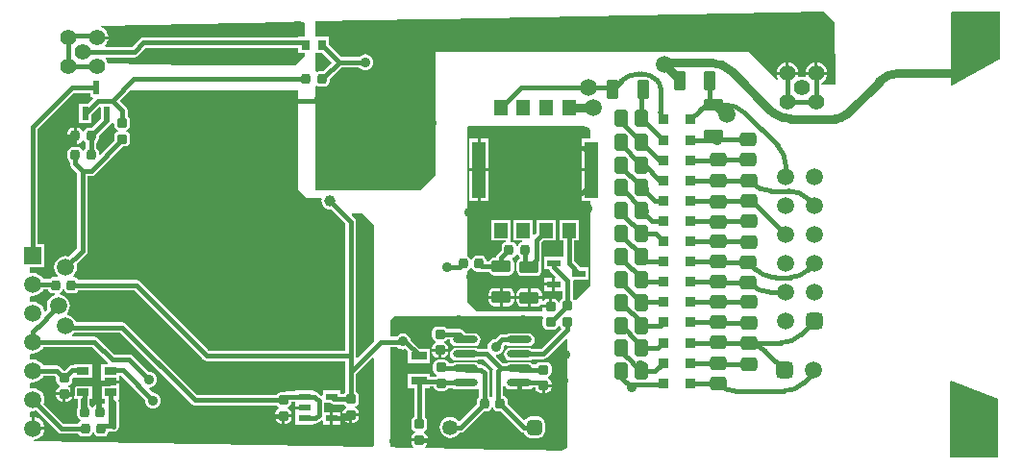
<source format=gtl>
G04 Layer_Physical_Order=1*
G04 Layer_Color=255*
%FSLAX25Y25*%
%MOIN*%
G70*
G01*
G75*
%ADD10C,0.01575*%
%ADD11C,0.03150*%
G04:AMPARAMS|DCode=12|XSize=59.06mil|YSize=47.24mil|CornerRadius=11.81mil|HoleSize=0mil|Usage=FLASHONLY|Rotation=180.000|XOffset=0mil|YOffset=0mil|HoleType=Round|Shape=RoundedRectangle|*
%AMROUNDEDRECTD12*
21,1,0.05906,0.02362,0,0,180.0*
21,1,0.03543,0.04724,0,0,180.0*
1,1,0.02362,-0.01772,0.01181*
1,1,0.02362,0.01772,0.01181*
1,1,0.02362,0.01772,-0.01181*
1,1,0.02362,-0.01772,-0.01181*
%
%ADD12ROUNDEDRECTD12*%
%ADD13R,0.03543X0.03543*%
G04:AMPARAMS|DCode=14|XSize=66.93mil|YSize=43.31mil|CornerRadius=10.83mil|HoleSize=0mil|Usage=FLASHONLY|Rotation=180.000|XOffset=0mil|YOffset=0mil|HoleType=Round|Shape=RoundedRectangle|*
%AMROUNDEDRECTD14*
21,1,0.06693,0.02165,0,0,180.0*
21,1,0.04528,0.04331,0,0,180.0*
1,1,0.02165,-0.02264,0.01083*
1,1,0.02165,0.02264,0.01083*
1,1,0.02165,0.02264,-0.01083*
1,1,0.02165,-0.02264,-0.01083*
%
%ADD14ROUNDEDRECTD14*%
G04:AMPARAMS|DCode=15|XSize=66.93mil|YSize=43.31mil|CornerRadius=10.83mil|HoleSize=0mil|Usage=FLASHONLY|Rotation=270.000|XOffset=0mil|YOffset=0mil|HoleType=Round|Shape=RoundedRectangle|*
%AMROUNDEDRECTD15*
21,1,0.06693,0.02165,0,0,270.0*
21,1,0.04528,0.04331,0,0,270.0*
1,1,0.02165,-0.01083,-0.02264*
1,1,0.02165,-0.01083,0.02264*
1,1,0.02165,0.01083,0.02264*
1,1,0.02165,0.01083,-0.02264*
%
%ADD15ROUNDEDRECTD15*%
%ADD16R,0.04724X0.19685*%
%ADD17R,0.04724X0.05315*%
G04:AMPARAMS|DCode=18|XSize=35.43mil|YSize=31.5mil|CornerRadius=7.87mil|HoleSize=0mil|Usage=FLASHONLY|Rotation=270.000|XOffset=0mil|YOffset=0mil|HoleType=Round|Shape=RoundedRectangle|*
%AMROUNDEDRECTD18*
21,1,0.03543,0.01575,0,0,270.0*
21,1,0.01969,0.03150,0,0,270.0*
1,1,0.01575,-0.00787,-0.00984*
1,1,0.01575,-0.00787,0.00984*
1,1,0.01575,0.00787,0.00984*
1,1,0.01575,0.00787,-0.00984*
%
%ADD18ROUNDEDRECTD18*%
G04:AMPARAMS|DCode=19|XSize=59.06mil|YSize=47.24mil|CornerRadius=11.81mil|HoleSize=0mil|Usage=FLASHONLY|Rotation=90.000|XOffset=0mil|YOffset=0mil|HoleType=Round|Shape=RoundedRectangle|*
%AMROUNDEDRECTD19*
21,1,0.05906,0.02362,0,0,90.0*
21,1,0.03543,0.04724,0,0,90.0*
1,1,0.02362,0.01181,0.01772*
1,1,0.02362,0.01181,-0.01772*
1,1,0.02362,-0.01181,-0.01772*
1,1,0.02362,-0.01181,0.01772*
%
%ADD19ROUNDEDRECTD19*%
G04:AMPARAMS|DCode=20|XSize=35.43mil|YSize=31.5mil|CornerRadius=7.87mil|HoleSize=0mil|Usage=FLASHONLY|Rotation=0.000|XOffset=0mil|YOffset=0mil|HoleType=Round|Shape=RoundedRectangle|*
%AMROUNDEDRECTD20*
21,1,0.03543,0.01575,0,0,0.0*
21,1,0.01969,0.03150,0,0,0.0*
1,1,0.01575,0.00984,-0.00787*
1,1,0.01575,-0.00984,-0.00787*
1,1,0.01575,-0.00984,0.00787*
1,1,0.01575,0.00984,0.00787*
%
%ADD20ROUNDEDRECTD20*%
%ADD21O,0.08661X0.02362*%
%ADD22R,0.04134X0.02362*%
%ADD23R,0.03150X0.03543*%
%ADD24R,0.05512X0.03150*%
%ADD25R,0.04331X0.02559*%
%ADD26R,0.04528X0.02362*%
%ADD27R,0.02362X0.04528*%
%ADD28C,0.05315*%
G04:AMPARAMS|DCode=29|XSize=53.15mil|YSize=53.15mil|CornerRadius=13.29mil|HoleSize=0mil|Usage=FLASHONLY|Rotation=180.000|XOffset=0mil|YOffset=0mil|HoleType=Round|Shape=RoundedRectangle|*
%AMROUNDEDRECTD29*
21,1,0.05315,0.02658,0,0,180.0*
21,1,0.02658,0.05315,0,0,180.0*
1,1,0.02658,-0.01329,0.01329*
1,1,0.02658,0.01329,0.01329*
1,1,0.02658,0.01329,-0.01329*
1,1,0.02658,-0.01329,-0.01329*
%
%ADD29ROUNDEDRECTD29*%
%ADD30C,0.05512*%
G04:AMPARAMS|DCode=31|XSize=59.06mil|YSize=59.06mil|CornerRadius=14.76mil|HoleSize=0mil|Usage=FLASHONLY|Rotation=0.000|XOffset=0mil|YOffset=0mil|HoleType=Round|Shape=RoundedRectangle|*
%AMROUNDEDRECTD31*
21,1,0.05906,0.02953,0,0,0.0*
21,1,0.02953,0.05906,0,0,0.0*
1,1,0.02953,0.01476,-0.01476*
1,1,0.02953,-0.01476,-0.01476*
1,1,0.02953,-0.01476,0.01476*
1,1,0.02953,0.01476,0.01476*
%
%ADD31ROUNDEDRECTD31*%
%ADD32C,0.05906*%
G04:AMPARAMS|DCode=33|XSize=59.06mil|YSize=59.06mil|CornerRadius=14.76mil|HoleSize=0mil|Usage=FLASHONLY|Rotation=90.000|XOffset=0mil|YOffset=0mil|HoleType=Round|Shape=RoundedRectangle|*
%AMROUNDEDRECTD33*
21,1,0.05906,0.02953,0,0,90.0*
21,1,0.02953,0.05906,0,0,90.0*
1,1,0.02953,0.01476,0.01476*
1,1,0.02953,0.01476,-0.01476*
1,1,0.02953,-0.01476,-0.01476*
1,1,0.02953,-0.01476,0.01476*
%
%ADD33ROUNDEDRECTD33*%
%ADD34R,0.05906X0.05906*%
%ADD35C,0.03543*%
%ADD36C,0.03937*%
G36*
X196752Y116535D02*
X198917Y114370D01*
Y112221D01*
X195949D01*
Y101878D01*
X199311D01*
Y100878D01*
X195949D01*
Y90535D01*
X198917D01*
Y61417D01*
X193722Y56222D01*
X193224Y56271D01*
X193207Y56297D01*
X192751Y56601D01*
Y62920D01*
X193053Y63287D01*
X198228D01*
Y67618D01*
X195370D01*
X193243Y69744D01*
Y76870D01*
X194783D01*
Y84153D01*
X188091D01*
Y76870D01*
X189631D01*
Y71750D01*
X189370Y71358D01*
X182874D01*
Y67028D01*
X184469D01*
X184845Y66465D01*
X186954Y64356D01*
X186763Y63894D01*
X186622D01*
Y61713D01*
Y59531D01*
X189139D01*
Y56601D01*
X188683Y56297D01*
X188292Y55711D01*
X188249Y55497D01*
X187740D01*
X187715Y55619D01*
X187320Y56210D01*
X186729Y56605D01*
X186031Y56744D01*
X185547D01*
Y54134D01*
X185047D01*
Y53634D01*
X182241D01*
Y53347D01*
X182357Y52764D01*
X182081Y52264D01*
X159449D01*
X156102Y55610D01*
Y66224D01*
X156203Y66245D01*
X156789Y66636D01*
X157181Y67222D01*
X157225Y67447D01*
X157735D01*
X157780Y67222D01*
X158171Y66636D01*
X158757Y66245D01*
X159449Y66107D01*
X161024D01*
X161122Y66127D01*
X161221Y66107D01*
X163785D01*
X163801Y66024D01*
X164258Y65341D01*
X164942Y64884D01*
X165748Y64723D01*
X170276D01*
X171082Y64884D01*
X171766Y65341D01*
X172223Y66024D01*
X172383Y66831D01*
Y68996D01*
X172223Y69802D01*
X171827Y70395D01*
X171903Y70762D01*
X171990Y70938D01*
X172148Y70969D01*
X172734Y71361D01*
X173126Y71947D01*
X173170Y72171D01*
X173680D01*
X173725Y71947D01*
X174117Y71361D01*
X174375Y71188D01*
Y70703D01*
X173904Y70388D01*
X173447Y69704D01*
X173286Y68898D01*
Y66732D01*
X173447Y65926D01*
X173904Y65242D01*
X174587Y64785D01*
X175394Y64625D01*
X179921D01*
X180728Y64785D01*
X181411Y65242D01*
X181868Y65926D01*
X182029Y66732D01*
Y68898D01*
X181871Y69690D01*
X182003Y70355D01*
Y76398D01*
X182476Y76870D01*
X186909D01*
Y84153D01*
X180217D01*
Y79720D01*
X179497Y79001D01*
X179035Y79192D01*
Y84153D01*
X172343D01*
Y76870D01*
X175130D01*
X175179Y76370D01*
X174703Y76275D01*
X174117Y75884D01*
X173725Y75298D01*
X173680Y75073D01*
X173170D01*
X173126Y75298D01*
X172734Y75884D01*
X172148Y76275D01*
X171457Y76413D01*
X171264D01*
X171161Y76870D01*
X171161Y76913D01*
Y84153D01*
X164469D01*
Y76870D01*
X169618D01*
X169668Y76370D01*
X169191Y76275D01*
X168605Y75884D01*
X168213Y75298D01*
X168076Y74606D01*
Y73583D01*
X166735Y72242D01*
X166343Y71656D01*
X166233Y71104D01*
X165748D01*
X164942Y70943D01*
X164258Y70486D01*
X163801Y69802D01*
X163785Y69720D01*
X162830D01*
Y69882D01*
X162692Y70573D01*
X162301Y71159D01*
X161715Y71551D01*
X161024Y71688D01*
X159449D01*
X158757Y71551D01*
X158171Y71159D01*
X157780Y70573D01*
X157735Y70348D01*
X157225D01*
X157181Y70573D01*
X156789Y71159D01*
X156203Y71551D01*
X156102Y71571D01*
Y116280D01*
X156456Y116633D01*
X196752Y116535D01*
D02*
G37*
G36*
X97539Y94784D02*
X100591Y91732D01*
X105373D01*
X105496Y91639D01*
X105763Y91255D01*
X105683Y90650D01*
X105785Y89879D01*
X106082Y89161D01*
X106555Y88544D01*
X107172Y88070D01*
X107891Y87773D01*
X108661Y87671D01*
X109036Y87721D01*
X113986Y82771D01*
Y38814D01*
X66693D01*
X42813Y62695D01*
X42227Y63086D01*
X41535Y63224D01*
X21365D01*
X21061Y63679D01*
X20475Y64070D01*
X19783Y64208D01*
X19730D01*
X19569Y64681D01*
X19737Y64810D01*
X20368Y65633D01*
X20765Y66590D01*
X20900Y67618D01*
X20765Y68646D01*
X20691Y68825D01*
X24112Y72246D01*
X24503Y72832D01*
X24641Y73524D01*
Y99375D01*
X25765D01*
X26456Y99512D01*
X27042Y99904D01*
X36723Y109585D01*
X37558D01*
X38249Y109723D01*
X38835Y110114D01*
X39227Y110700D01*
X39364Y111391D01*
Y112966D01*
X39227Y113658D01*
X38835Y114244D01*
X38249Y114635D01*
X38024Y114680D01*
Y115190D01*
X38249Y115234D01*
X38835Y115626D01*
X39227Y116212D01*
X39364Y116903D01*
Y118478D01*
X39227Y119169D01*
X38835Y119755D01*
X38380Y120060D01*
Y122088D01*
X38243Y122779D01*
X37851Y123365D01*
X35724Y125492D01*
X39152Y128920D01*
X55216Y129035D01*
X97539D01*
Y94784D01*
D02*
G37*
G36*
X33465Y117815D02*
X33783Y117447D01*
Y116903D01*
X33921Y116212D01*
X34312Y115626D01*
X34898Y115234D01*
X35123Y115190D01*
Y114680D01*
X34898Y114635D01*
X34312Y114244D01*
X33921Y113658D01*
X33783Y112966D01*
Y111754D01*
X28843Y106814D01*
X28381Y107005D01*
Y107579D01*
X28244Y108270D01*
X27852Y108856D01*
X27594Y109029D01*
Y110853D01*
X27852Y111026D01*
X28244Y111612D01*
X28381Y112303D01*
Y113327D01*
X32577Y117522D01*
X32772Y117815D01*
X33465D01*
D02*
G37*
G36*
X11028Y59742D02*
X11420Y59156D01*
X12006Y58764D01*
X12697Y58627D01*
X13246D01*
X13345Y58127D01*
X12483Y57770D01*
X11661Y57139D01*
X11029Y56316D01*
X10633Y55358D01*
X10498Y54331D01*
X10633Y53303D01*
X10707Y53124D01*
X9952Y52369D01*
X9479Y52530D01*
X9446Y52780D01*
X9049Y53737D01*
X8418Y54560D01*
X7596Y55191D01*
X6638Y55588D01*
X5610Y55723D01*
X5002Y55643D01*
X4626Y55972D01*
Y57531D01*
X5002Y57861D01*
X5610Y57781D01*
X6638Y57916D01*
X7596Y58313D01*
X8418Y58944D01*
X9049Y59767D01*
X9123Y59946D01*
X10987D01*
X11028Y59742D01*
D02*
G37*
G36*
X123721Y82382D02*
Y41925D01*
X118060Y36265D01*
X117598Y36456D01*
Y37598D01*
Y83519D01*
X117461Y84210D01*
X117069Y84796D01*
X116107Y85759D01*
X116298Y86221D01*
X119882D01*
X123721Y82382D01*
D02*
G37*
G36*
X60435Y20376D02*
X61021Y19985D01*
X61713Y19847D01*
X89987D01*
X90160Y19589D01*
X90746Y19197D01*
X90930Y19161D01*
Y18651D01*
X90740Y18613D01*
X90148Y18218D01*
X89753Y17627D01*
X89615Y16929D01*
Y16642D01*
X95228D01*
Y16929D01*
X95089Y17627D01*
X94694Y18218D01*
X94103Y18613D01*
X93912Y18651D01*
Y19161D01*
X94097Y19197D01*
X94683Y19589D01*
X95074Y20175D01*
X95212Y20866D01*
Y20930D01*
X96638D01*
Y19496D01*
X99705D01*
Y18496D01*
X96638D01*
Y16815D01*
X96653D01*
Y13091D01*
X102756D01*
Y13450D01*
X103642D01*
X104333Y13587D01*
X104919Y13979D01*
X105587Y14646D01*
X106087Y14439D01*
Y13075D01*
X108653D01*
Y15256D01*
Y17437D01*
X106531D01*
Y20571D01*
X108819D01*
X109239Y20290D01*
X109931Y20153D01*
X113358D01*
X113531Y19894D01*
X114117Y19503D01*
X114301Y19466D01*
Y18956D01*
X114111Y18918D01*
X113519Y18523D01*
X113124Y17932D01*
X112985Y17235D01*
Y16947D01*
X115792D01*
X118599D01*
Y17235D01*
X118460Y17932D01*
X118065Y18523D01*
X117474Y18918D01*
X117283Y18956D01*
Y19466D01*
X117468Y19503D01*
X118054Y19894D01*
X118445Y20481D01*
X118583Y21172D01*
Y22747D01*
X118445Y23438D01*
X118054Y24024D01*
X117598Y24328D01*
Y30694D01*
X123258Y36354D01*
X123721Y36162D01*
Y5709D01*
X123222Y5210D01*
X5908Y7300D01*
X5880Y7801D01*
X6642Y7901D01*
X7604Y8299D01*
X8429Y8933D01*
X9063Y9759D01*
X9461Y10720D01*
X9531Y11252D01*
X5610D01*
Y11752D01*
X5110D01*
Y15673D01*
X5002Y15659D01*
X4626Y15988D01*
Y17531D01*
X5002Y17861D01*
X5610Y17781D01*
X6638Y17916D01*
X6747Y17962D01*
X14274Y10435D01*
X14860Y10044D01*
X15551Y9906D01*
X21352D01*
X21656Y9451D01*
X22242Y9059D01*
X22933Y8922D01*
X24508D01*
X25199Y9059D01*
X25785Y9451D01*
X26177Y10037D01*
X26221Y10262D01*
X26731D01*
X26776Y10037D01*
X27168Y9451D01*
X27754Y9059D01*
X28445Y8922D01*
X30020D01*
X30711Y9059D01*
X31297Y9451D01*
X31688Y10037D01*
X31826Y10728D01*
Y10792D01*
X32480D01*
X32713Y10839D01*
X32872Y10733D01*
X33563Y10595D01*
X34254Y10733D01*
X34840Y11124D01*
X35232Y11710D01*
X35369Y12402D01*
Y20669D01*
X35232Y21361D01*
X35173Y21449D01*
X35440Y21949D01*
X35630D01*
Y25673D01*
X35646D01*
Y27453D01*
X32480D01*
X29315D01*
Y25673D01*
X29331D01*
Y21949D01*
X30495D01*
X30575Y21850D01*
X30674Y21356D01*
Y20640D01*
X30174Y20256D01*
X29823Y20326D01*
X29535D01*
Y17520D01*
X28535D01*
Y20326D01*
X28248D01*
X27551Y20188D01*
X26959Y19793D01*
X26564Y19201D01*
X26526Y19011D01*
X26017D01*
X25980Y19195D01*
X25588Y19781D01*
X25330Y19954D01*
Y21949D01*
X26181D01*
Y26476D01*
X19882D01*
Y21949D01*
X21046D01*
X21127Y21850D01*
Y19284D01*
X21067Y19195D01*
X20930Y18504D01*
Y16535D01*
X21067Y15844D01*
X21459Y15258D01*
X22045Y14867D01*
X22134Y14849D01*
X22200Y14550D01*
X22186Y14329D01*
X21656Y13974D01*
X21352Y13519D01*
X16299D01*
X9343Y20475D01*
X9446Y20724D01*
X9581Y21752D01*
X9446Y22780D01*
X9049Y23738D01*
X8418Y24560D01*
X7596Y25191D01*
X6638Y25588D01*
X5610Y25723D01*
X5002Y25643D01*
X4626Y25973D01*
Y27531D01*
X5002Y27861D01*
X5610Y27781D01*
X6638Y27916D01*
X7596Y28313D01*
X8418Y28944D01*
X9049Y29766D01*
X9148Y30005D01*
X13110D01*
X13646Y29469D01*
Y28445D01*
X13784Y27754D01*
X14175Y27168D01*
X14762Y26776D01*
X14946Y26739D01*
Y26230D01*
X14755Y26192D01*
X14164Y25797D01*
X13769Y25205D01*
X13630Y24508D01*
Y24221D01*
X19244D01*
Y24508D01*
X19105Y25205D01*
X18710Y25797D01*
X18119Y26192D01*
X17928Y26230D01*
Y26739D01*
X18113Y26776D01*
X18699Y27168D01*
X19090Y27754D01*
X19228Y28445D01*
Y29146D01*
X19718Y29493D01*
X19882Y29429D01*
Y29429D01*
X26181D01*
Y33957D01*
X19882D01*
Y33696D01*
X19094D01*
X18403Y33559D01*
X17817Y33167D01*
X16476Y31826D01*
X16398D01*
X15136Y33088D01*
X14550Y33480D01*
X13858Y33617D01*
X9099D01*
X9049Y33737D01*
X8418Y34560D01*
X7596Y35191D01*
X6638Y35588D01*
X5610Y35723D01*
X5002Y35643D01*
X4626Y35972D01*
Y37531D01*
X5002Y37861D01*
X5610Y37781D01*
X6638Y37916D01*
X7596Y38313D01*
X8418Y38944D01*
X9049Y39766D01*
X9148Y40005D01*
X26142D01*
X31690Y34457D01*
X31569Y34047D01*
X31503Y33957D01*
X29331D01*
Y30232D01*
X29315D01*
Y28453D01*
X32480D01*
X35646D01*
Y29883D01*
X36146Y30000D01*
X44491Y21656D01*
X44464Y21457D01*
X44559Y20737D01*
X44837Y20067D01*
X45279Y19491D01*
X45854Y19049D01*
X46525Y18772D01*
X47244Y18677D01*
X47964Y18772D01*
X48634Y19049D01*
X49210Y19491D01*
X49651Y20067D01*
X49929Y20737D01*
X50024Y21457D01*
X49929Y22176D01*
X49651Y22847D01*
X49210Y23422D01*
X48634Y23864D01*
X47964Y24142D01*
X47244Y24236D01*
X47045Y24210D01*
X45882Y25373D01*
X46062Y25901D01*
X46487Y25957D01*
X47158Y26234D01*
X47733Y26676D01*
X48175Y27252D01*
X48453Y27922D01*
X48547Y28642D01*
X48453Y29361D01*
X48175Y30032D01*
X47733Y30607D01*
X47158Y31049D01*
X46487Y31327D01*
X45768Y31421D01*
X45569Y31395D01*
X40057Y36907D01*
X39471Y37299D01*
X38780Y37436D01*
X33819D01*
X28167Y43088D01*
X27581Y43480D01*
X26890Y43617D01*
X19265D01*
X19095Y44117D01*
X19639Y44535D01*
X20030Y45044D01*
X35767D01*
X60435Y20376D01*
D02*
G37*
G36*
X340256Y22146D02*
X340354Y22047D01*
Y1931D01*
X339999Y1579D01*
X323622Y1772D01*
Y28005D01*
X324033Y28289D01*
X340256Y22146D01*
D02*
G37*
G36*
X182410Y50181D02*
X182392Y50090D01*
X182257Y49409D01*
Y47835D01*
X182394Y47143D01*
X182786Y46557D01*
X183372Y46166D01*
X184063Y46028D01*
X186031D01*
X186723Y46166D01*
X187309Y46557D01*
X187700Y47143D01*
X187751Y47398D01*
X188261D01*
X188292Y47242D01*
X188683Y46656D01*
X188719Y46293D01*
X181772Y39346D01*
X178655D01*
X178306Y39579D01*
X177461Y39747D01*
X171161D01*
X170317Y39579D01*
X169600Y39101D01*
X169122Y38384D01*
X168954Y37539D01*
X169122Y36694D01*
X169600Y35978D01*
X170317Y35500D01*
X171161Y35332D01*
X177461D01*
X178306Y35500D01*
X178655Y35733D01*
X182520D01*
X183211Y35871D01*
X183797Y36262D01*
X190454Y42919D01*
X190846Y42800D01*
X190945Y42703D01*
X190945Y41724D01*
X190945Y5315D01*
X190945D01*
X190673Y5096D01*
X190087Y4715D01*
X189468Y4393D01*
X188820Y4133D01*
X188525Y4047D01*
X185041Y4109D01*
X185029Y4111D01*
X184547Y4232D01*
X184168Y4125D01*
X183753Y4132D01*
X183658Y4228D01*
X168620Y4402D01*
X141507Y4885D01*
X141373Y5387D01*
X141840Y5700D01*
X142235Y6291D01*
X142374Y6988D01*
Y7276D01*
X136760D01*
Y6988D01*
X136899Y6291D01*
X137294Y5700D01*
X137662Y5453D01*
X137507Y4956D01*
X131667Y5060D01*
X131004Y5315D01*
X129528D01*
Y39926D01*
X131988D01*
X131991Y39921D01*
X132567Y39479D01*
X133237Y39202D01*
X133957Y39107D01*
X134676Y39202D01*
X134777Y39243D01*
X135630Y38390D01*
Y34350D01*
X143110D01*
Y39469D01*
X139661D01*
X136660Y42470D01*
X136642Y42606D01*
X136364Y43277D01*
X135922Y43852D01*
X135346Y44294D01*
X134676Y44572D01*
X133957Y44666D01*
X133237Y44572D01*
X132567Y44294D01*
X131991Y43852D01*
X131751Y43539D01*
X129528D01*
Y49114D01*
X131004Y50591D01*
X182126D01*
X182410Y50181D01*
D02*
G37*
G36*
X16540Y59742D02*
X16931Y59156D01*
X17517Y58764D01*
X18209Y58627D01*
X19783D01*
X20475Y58764D01*
X21061Y59156D01*
X21365Y59611D01*
X40787D01*
X64668Y35731D01*
X65254Y35339D01*
X65945Y35201D01*
X113986D01*
Y31442D01*
Y24328D01*
X113531Y24024D01*
X113358Y23765D01*
X112205D01*
Y24902D01*
X106102D01*
Y23242D01*
X105602Y23035D01*
X104624Y24013D01*
X104038Y24405D01*
X103347Y24543D01*
X102756D01*
Y24902D01*
X96653D01*
Y24543D01*
X93504D01*
X92813Y24405D01*
X92576Y24247D01*
X91437D01*
X90746Y24110D01*
X90160Y23718D01*
X89987Y23460D01*
X62461D01*
X37793Y48128D01*
X37207Y48519D01*
X36516Y48657D01*
X20548D01*
X20270Y49328D01*
X19639Y50150D01*
X18816Y50782D01*
X17858Y51178D01*
X17651Y51205D01*
X17441Y51737D01*
X17908Y52345D01*
X18304Y53303D01*
X18440Y54331D01*
X18304Y55358D01*
X17908Y56316D01*
X17276Y57139D01*
X16454Y57770D01*
X15496Y58166D01*
X14909Y58244D01*
X14892Y58750D01*
X14963Y58764D01*
X15549Y59156D01*
X15940Y59742D01*
X15985Y59967D01*
X16495D01*
X16540Y59742D01*
D02*
G37*
G36*
X25394Y126673D02*
X26221D01*
X26413Y126211D01*
X24512Y124311D01*
X21654D01*
Y117815D01*
X25984D01*
Y120674D01*
X28634Y123323D01*
X29134Y123116D01*
Y119188D01*
X26023Y116078D01*
X25000D01*
X24309Y115940D01*
X23723Y115549D01*
X23331Y114963D01*
X23294Y114778D01*
X22785D01*
X22747Y114969D01*
X22352Y115560D01*
X21760Y115955D01*
X21063Y116094D01*
X20776D01*
Y113287D01*
Y110481D01*
X21063D01*
X21760Y110619D01*
X22352Y111014D01*
X22747Y111606D01*
X22785Y111796D01*
X23294D01*
X23331Y111612D01*
X23723Y111026D01*
X23981Y110853D01*
Y109029D01*
X23723Y108856D01*
X23331Y108270D01*
X23286Y108045D01*
X22777D01*
X22732Y108270D01*
X22340Y108856D01*
X21754Y109248D01*
X21063Y109385D01*
X19488D01*
X18797Y109248D01*
X18211Y108856D01*
X17819Y108270D01*
X17682Y107579D01*
Y105610D01*
X17819Y104919D01*
X18211Y104333D01*
X18469Y104160D01*
Y103740D01*
X18607Y103049D01*
X18998Y102463D01*
X21028Y100433D01*
Y74272D01*
X18136Y71380D01*
X17957Y71454D01*
X16929Y71589D01*
X15901Y71454D01*
X14944Y71057D01*
X14121Y70426D01*
X13490Y69604D01*
X13093Y68646D01*
X12958Y67618D01*
X13093Y66590D01*
X13490Y65633D01*
X14121Y64810D01*
X14254Y64708D01*
X14085Y64208D01*
X12697D01*
X12006Y64070D01*
X11420Y63679D01*
X11339Y63558D01*
X9123D01*
X9049Y63737D01*
X8418Y64560D01*
X7596Y65191D01*
X6638Y65588D01*
X5610Y65723D01*
X5002Y65643D01*
X4626Y65973D01*
Y67815D01*
X9547D01*
Y75689D01*
X7318D01*
Y115590D01*
X19843Y128115D01*
X25394D01*
Y126673D01*
D02*
G37*
G36*
X99705Y152264D02*
X99819Y147898D01*
X99470Y147539D01*
X97638D01*
Y147377D01*
X43996D01*
X43305Y147240D01*
X42719Y146848D01*
X40000Y144129D01*
X30817D01*
X30656Y144603D01*
X30710Y144644D01*
X31312Y145429D01*
X31691Y146342D01*
X31754Y146823D01*
X28032D01*
Y147823D01*
X31754D01*
X31691Y148303D01*
X31312Y149217D01*
X30710Y150002D01*
X29926Y150604D01*
X29117Y150938D01*
X29212Y151441D01*
X94240Y152863D01*
X98357Y152938D01*
X99705Y152264D01*
D02*
G37*
G36*
X97638Y142028D02*
X99972D01*
X100000Y140945D01*
X96653Y137598D01*
X60728D01*
X31614Y138488D01*
X31312Y139217D01*
X30710Y140002D01*
X30656Y140043D01*
X30817Y140516D01*
X40748D01*
X41439Y140654D01*
X42025Y141045D01*
X44744Y143764D01*
X97638D01*
Y142028D01*
D02*
G37*
G36*
X109158Y138779D02*
X106167Y135789D01*
X105060D01*
X104369Y135651D01*
X104043Y135434D01*
X103543Y135701D01*
Y142028D01*
X105910D01*
X109158Y138779D01*
D02*
G37*
G36*
X340748Y139862D02*
X340650Y139764D01*
X324276Y130705D01*
X323845Y130959D01*
X323787Y156142D01*
X324141Y156496D01*
X340748Y156496D01*
Y139862D01*
D02*
G37*
G36*
X283563Y152362D02*
X283853Y131360D01*
X283502Y131004D01*
X278810D01*
X278710Y131504D01*
X279040Y131641D01*
X279824Y132243D01*
X280427Y133027D01*
X280805Y133941D01*
X280868Y134421D01*
X273423D01*
X273486Y133941D01*
X273500Y133909D01*
X273321Y133729D01*
X273100Y133568D01*
X272146Y133694D01*
X271192Y133568D01*
X270971Y133729D01*
X270792Y133909D01*
X270805Y133941D01*
X270868Y134421D01*
X263423D01*
X263487Y133941D01*
X263865Y133027D01*
X263943Y132926D01*
X263566Y132596D01*
X253937Y142224D01*
X145079D01*
Y99705D01*
X139862Y94488D01*
X103543D01*
Y130295D01*
X104043Y130563D01*
X104369Y130345D01*
X105060Y130208D01*
X106635D01*
X107326Y130345D01*
X107912Y130737D01*
X108304Y131323D01*
X108441Y132014D01*
Y132954D01*
X112461Y136973D01*
X118680D01*
X118802Y136814D01*
X119378Y136372D01*
X120048Y136095D01*
X120768Y136000D01*
X121487Y136095D01*
X122158Y136372D01*
X122733Y136814D01*
X123175Y137390D01*
X123453Y138060D01*
X123547Y138779D01*
X123453Y139499D01*
X123175Y140169D01*
X122733Y140745D01*
X122158Y141187D01*
X121487Y141464D01*
X120768Y141559D01*
X120048Y141464D01*
X119378Y141187D01*
X118802Y140745D01*
X118680Y140586D01*
X112461D01*
X108268Y144779D01*
Y147539D01*
X103543D01*
Y152953D01*
X141240Y153642D01*
X141588Y153579D01*
X141638Y153642D01*
X145079D01*
X230801Y155335D01*
X279705Y156220D01*
X283563Y152362D01*
D02*
G37*
%LPC*%
G36*
X185622Y63894D02*
X182858D01*
Y62213D01*
X185622D01*
Y63894D01*
D02*
G37*
G36*
X159835Y100878D02*
X156973D01*
Y90535D01*
X159835D01*
Y100878D01*
D02*
G37*
G36*
X170276Y60490D02*
X168512D01*
Y57784D01*
X172399D01*
Y58366D01*
X172237Y59179D01*
X171777Y59868D01*
X171088Y60328D01*
X170276Y60490D01*
D02*
G37*
G36*
X185622Y61213D02*
X182858D01*
Y59531D01*
X185622D01*
Y61213D01*
D02*
G37*
G36*
X163697Y100878D02*
X160835D01*
Y90535D01*
X163697D01*
Y100878D01*
D02*
G37*
G36*
X159835Y112221D02*
X156973D01*
Y101878D01*
X159835D01*
Y112221D01*
D02*
G37*
G36*
X163697D02*
X160835D01*
Y101878D01*
X163697D01*
Y112221D01*
D02*
G37*
G36*
X167512Y60490D02*
X165748D01*
X164935Y60328D01*
X164246Y59868D01*
X163786Y59179D01*
X163625Y58366D01*
Y57784D01*
X167512D01*
Y60490D01*
D02*
G37*
G36*
Y56783D02*
X163625D01*
Y56201D01*
X163786Y55388D01*
X164246Y54699D01*
X164935Y54239D01*
X165748Y54077D01*
X167512D01*
Y56783D01*
D02*
G37*
G36*
X172399D02*
X168512D01*
Y54077D01*
X170276D01*
X171088Y54239D01*
X171777Y54699D01*
X172237Y55388D01*
X172399Y56201D01*
Y56783D01*
D02*
G37*
G36*
X177157Y56685D02*
X173270D01*
Y56102D01*
X173432Y55290D01*
X173892Y54601D01*
X174581Y54141D01*
X175394Y53979D01*
X177157D01*
Y56685D01*
D02*
G37*
G36*
X184547Y56744D02*
X184063D01*
X183366Y56605D01*
X182774Y56210D01*
X182492Y55787D01*
X182021Y55982D01*
X182045Y56102D01*
Y56685D01*
X178157D01*
Y53979D01*
X179921D01*
X180734Y54141D01*
X181423Y54601D01*
X181771Y55121D01*
X182242Y54926D01*
X182241Y54921D01*
Y54634D01*
X184547D01*
Y56744D01*
D02*
G37*
G36*
X179921Y60391D02*
X178157D01*
Y57685D01*
X182045D01*
Y58268D01*
X181883Y59080D01*
X181423Y59769D01*
X180734Y60229D01*
X179921Y60391D01*
D02*
G37*
G36*
X177157D02*
X175394D01*
X174581Y60229D01*
X173892Y59769D01*
X173432Y59080D01*
X173270Y58268D01*
Y57685D01*
X177157D01*
Y60391D01*
D02*
G37*
G36*
X6110Y15673D02*
Y12252D01*
X9531D01*
X9461Y12784D01*
X9063Y13745D01*
X8429Y14571D01*
X7604Y15205D01*
X6642Y15603D01*
X6110Y15673D01*
D02*
G37*
G36*
X95228Y15642D02*
X92921D01*
Y13532D01*
X93405D01*
X94103Y13671D01*
X94694Y14066D01*
X95089Y14657D01*
X95228Y15354D01*
Y15642D01*
D02*
G37*
G36*
X115292Y15947D02*
X112985D01*
Y15660D01*
X113124Y14963D01*
X113519Y14371D01*
X114111Y13976D01*
X114808Y13837D01*
X115292D01*
Y15947D01*
D02*
G37*
G36*
X112221Y14756D02*
X109653D01*
Y13075D01*
X112221D01*
Y14756D01*
D02*
G37*
G36*
X91921Y15642D02*
X89615D01*
Y15354D01*
X89753Y14657D01*
X90148Y14066D01*
X90740Y13671D01*
X91437Y13532D01*
X91921D01*
Y15642D01*
D02*
G37*
G36*
X15937Y23221D02*
X13630D01*
Y22933D01*
X13769Y22236D01*
X14164Y21645D01*
X14755Y21249D01*
X15453Y21111D01*
X15937D01*
Y23221D01*
D02*
G37*
G36*
X19244D02*
X16937D01*
Y21111D01*
X17421D01*
X18119Y21249D01*
X18710Y21645D01*
X19105Y22236D01*
X19244Y22933D01*
Y23221D01*
D02*
G37*
G36*
X118599Y15947D02*
X116292D01*
Y13837D01*
X116776D01*
X117474Y13976D01*
X118065Y14371D01*
X118460Y14963D01*
X118599Y15660D01*
Y15947D01*
D02*
G37*
G36*
X112221Y17437D02*
X109653D01*
Y15756D01*
X112221D01*
Y17437D01*
D02*
G37*
G36*
X185386Y26173D02*
X183080D01*
Y24063D01*
X183564D01*
X184261Y24202D01*
X184853Y24597D01*
X185248Y25188D01*
X185386Y25886D01*
Y26173D01*
D02*
G37*
G36*
X147736Y47082D02*
X145768D01*
X145077Y46944D01*
X144491Y46553D01*
X144099Y45967D01*
X143961Y45276D01*
Y43701D01*
X144099Y43009D01*
X144491Y42423D01*
X145077Y42032D01*
X145261Y41995D01*
Y41485D01*
X145070Y41447D01*
X144479Y41052D01*
X144084Y40461D01*
X143945Y39764D01*
Y39476D01*
X149559D01*
Y39764D01*
X149420Y40461D01*
X149025Y41052D01*
X148434Y41447D01*
X148243Y41485D01*
Y41995D01*
X148428Y42032D01*
X149014Y42423D01*
X149186Y42682D01*
X149939D01*
X150056Y42539D01*
X150224Y41695D01*
X150703Y40978D01*
X151419Y40500D01*
X152264Y40332D01*
X158563D01*
X159408Y40500D01*
X160124Y40978D01*
X160603Y41695D01*
X160771Y42539D01*
X160603Y43384D01*
X160124Y44100D01*
X159408Y44579D01*
X158563Y44747D01*
X155760D01*
X154742Y45766D01*
X154156Y46157D01*
X153465Y46295D01*
X149186D01*
X149014Y46553D01*
X148428Y46944D01*
X147736Y47082D01*
D02*
G37*
G36*
X146252Y38476D02*
X143945D01*
Y38189D01*
X144084Y37492D01*
X144479Y36900D01*
X145070Y36505D01*
X145768Y36367D01*
X146252D01*
Y38476D01*
D02*
G37*
G36*
X149559D02*
X147252D01*
Y36367D01*
X147736D01*
X148434Y36505D01*
X149025Y36900D01*
X149420Y37492D01*
X149559Y38189D01*
Y38476D01*
D02*
G37*
G36*
X177461Y44747D02*
X171161D01*
X170317Y44579D01*
X169967Y44346D01*
X168327D01*
X167636Y44208D01*
X167050Y43817D01*
X165963Y42730D01*
X165324Y42646D01*
X164654Y42368D01*
X164078Y41926D01*
X163636Y41350D01*
X163358Y40680D01*
X163264Y39961D01*
X163291Y39753D01*
X162842Y39333D01*
X162776Y39346D01*
X159757D01*
X159408Y39579D01*
X158563Y39747D01*
X152264D01*
X151419Y39579D01*
X150703Y39101D01*
X150224Y38384D01*
X150056Y37539D01*
X150224Y36694D01*
X150703Y35978D01*
X151419Y35500D01*
X152264Y35332D01*
X158563D01*
X159408Y35500D01*
X159757Y35733D01*
X162027D01*
X165287Y32473D01*
X165162Y32286D01*
X165024Y31594D01*
Y22559D01*
X164928Y22481D01*
X164258Y22584D01*
X164171Y22713D01*
X163913Y22886D01*
Y31004D01*
X163775Y31695D01*
X163384Y32281D01*
X162203Y33462D01*
X161617Y33854D01*
X160925Y33991D01*
X160197D01*
X160124Y34100D01*
X159408Y34579D01*
X158563Y34747D01*
X152264D01*
X151419Y34579D01*
X151070Y34346D01*
X149819D01*
X149798Y34451D01*
X149406Y35037D01*
X148820Y35429D01*
X148129Y35566D01*
X146160D01*
X145469Y35429D01*
X144883Y35037D01*
X144492Y34451D01*
X144354Y33760D01*
Y32185D01*
X144492Y31494D01*
X144883Y30908D01*
X145352Y30594D01*
X145442Y30170D01*
X145431Y30014D01*
X145237Y29858D01*
X143110D01*
Y30807D01*
X135630D01*
Y25689D01*
X137761D01*
Y15656D01*
X137305Y15352D01*
X136914Y14766D01*
X136776Y14075D01*
Y12500D01*
X136914Y11809D01*
X137305Y11223D01*
X137891Y10831D01*
X138076Y10794D01*
Y10285D01*
X137885Y10247D01*
X137294Y9852D01*
X136899Y9260D01*
X136760Y8563D01*
Y8276D01*
X142374D01*
Y8563D01*
X142235Y9260D01*
X141840Y9852D01*
X141249Y10247D01*
X141058Y10285D01*
Y10794D01*
X141243Y10831D01*
X141829Y11223D01*
X142220Y11809D01*
X142358Y12500D01*
Y14075D01*
X142220Y14766D01*
X141829Y15352D01*
X141373Y15656D01*
Y25689D01*
X143110D01*
Y26245D01*
X144439D01*
X144492Y25982D01*
X144883Y25396D01*
X145469Y25004D01*
X146160Y24867D01*
X148129D01*
X148820Y25004D01*
X149406Y25396D01*
X149632Y25733D01*
X151070D01*
X151419Y25500D01*
X152264Y25332D01*
X158563D01*
X159408Y25500D01*
X159800Y25762D01*
X160300Y25495D01*
Y22886D01*
X160042Y22713D01*
X159650Y22127D01*
X159513Y21436D01*
Y20413D01*
X153567Y14467D01*
X153068Y14500D01*
X152853Y14781D01*
X152093Y15364D01*
X151207Y15731D01*
X150256Y15856D01*
X149305Y15731D01*
X148419Y15364D01*
X147659Y14781D01*
X147075Y14020D01*
X146708Y13134D01*
X146583Y12183D01*
X146708Y11232D01*
X147075Y10347D01*
X147659Y9586D01*
X148419Y9002D01*
X149305Y8635D01*
X150256Y8510D01*
X151207Y8635D01*
X152093Y9002D01*
X152853Y9586D01*
X153437Y10347D01*
X153449Y10377D01*
X153838D01*
X154529Y10514D01*
X155115Y10906D01*
X161871Y17661D01*
X162894D01*
X163585Y17799D01*
X164171Y18190D01*
X164563Y18776D01*
X164608Y19001D01*
X165117D01*
X165162Y18776D01*
X165554Y18190D01*
X166140Y17799D01*
X166831Y17661D01*
X167854D01*
X174610Y10906D01*
X175196Y10514D01*
X175876Y10379D01*
X175961Y9952D01*
X176472Y9187D01*
X177237Y8676D01*
X178140Y8496D01*
X180797D01*
X181700Y8676D01*
X182465Y9187D01*
X182976Y9952D01*
X183156Y10854D01*
Y13512D01*
X182976Y14414D01*
X182465Y15179D01*
X181700Y15691D01*
X180797Y15870D01*
X178140D01*
X177237Y15691D01*
X176472Y15179D01*
X176280Y14891D01*
X175782Y14842D01*
X170212Y20413D01*
Y21436D01*
X170075Y22127D01*
X169683Y22713D01*
X169097Y23105D01*
X168637Y23196D01*
Y26315D01*
X168720Y26374D01*
X169399Y26251D01*
X169589Y25967D01*
X170310Y25485D01*
X171161Y25316D01*
X173811D01*
Y27539D01*
X174811D01*
Y25316D01*
X177461D01*
X178312Y25485D01*
X179033Y25967D01*
X179273Y26326D01*
X179773Y26174D01*
Y25886D01*
X179912Y25188D01*
X180307Y24597D01*
X180898Y24202D01*
X181596Y24063D01*
X182080D01*
Y26673D01*
X182580D01*
Y27173D01*
X185386D01*
Y27461D01*
X185248Y28158D01*
X184853Y28749D01*
X184261Y29144D01*
X184071Y29182D01*
Y29692D01*
X184255Y29729D01*
X184841Y30120D01*
X185233Y30706D01*
X185370Y31398D01*
Y32972D01*
X185233Y33664D01*
X184841Y34250D01*
X184255Y34641D01*
X183564Y34779D01*
X181596D01*
X180904Y34641D01*
X180318Y34250D01*
X180146Y33991D01*
X179095D01*
X179022Y34100D01*
X178306Y34579D01*
X177461Y34747D01*
X171161D01*
X170317Y34579D01*
X169967Y34346D01*
X168524D01*
X166176Y36694D01*
X166355Y37222D01*
X166763Y37276D01*
X167433Y37553D01*
X168009Y37995D01*
X168451Y38571D01*
X168728Y39241D01*
X168823Y39961D01*
X168771Y40359D01*
X169115Y40733D01*
X169967D01*
X170317Y40500D01*
X171161Y40332D01*
X177461D01*
X178306Y40500D01*
X179022Y40978D01*
X179500Y41695D01*
X179668Y42539D01*
X179500Y43384D01*
X179022Y44100D01*
X178306Y44579D01*
X177461Y44747D01*
D02*
G37*
G36*
X19776Y112787D02*
X17666D01*
Y112303D01*
X17805Y111606D01*
X18200Y111014D01*
X18791Y110619D01*
X19488Y110481D01*
X19776D01*
Y112787D01*
D02*
G37*
G36*
Y116094D02*
X19488D01*
X18791Y115955D01*
X18200Y115560D01*
X17805Y114969D01*
X17666Y114272D01*
Y113787D01*
X19776D01*
Y116094D01*
D02*
G37*
G36*
X277646Y138644D02*
Y135421D01*
X280868D01*
X280805Y135902D01*
X280427Y136815D01*
X279824Y137600D01*
X279040Y138202D01*
X278126Y138581D01*
X277646Y138644D01*
D02*
G37*
G36*
X276646D02*
X276165Y138581D01*
X275252Y138202D01*
X274467Y137600D01*
X273865Y136815D01*
X273486Y135902D01*
X273423Y135421D01*
X276646D01*
Y138644D01*
D02*
G37*
G36*
X266646D02*
X266165Y138581D01*
X265251Y138202D01*
X264467Y137600D01*
X263865Y136815D01*
X263487Y135902D01*
X263423Y135421D01*
X266646D01*
Y138644D01*
D02*
G37*
G36*
X267646D02*
Y135421D01*
X270868D01*
X270805Y135902D01*
X270427Y136815D01*
X269824Y137600D01*
X269040Y138202D01*
X268126Y138581D01*
X267646Y138644D01*
D02*
G37*
%LPD*%
D10*
X217126Y129232D02*
G03*
X216634Y128044I1188J-1188D01*
G01*
X223141Y121485D02*
G03*
X224213Y118898I3659J0D01*
G01*
X223141Y129840D02*
G03*
X222047Y132480I-3734J0D01*
G01*
D02*
G03*
X216582Y134744I-5465J-5465D01*
G01*
X212312Y134086D02*
G03*
X209433Y132169I3337J-8133D01*
G01*
X215650Y134744D02*
G03*
X212312Y134086I0J-8792D01*
G01*
X252535Y121087D02*
G03*
X245464Y124016I-7071J-7071D01*
G01*
X244094Y120768D02*
G03*
X243677Y121776I-1426J0D01*
G01*
X241437Y124016D02*
G03*
X236900Y122137I0J-6417D01*
G01*
X241831Y83729D02*
G03*
X242232Y83563I401J401D01*
G01*
X253740Y76476D02*
G03*
X253265Y76673I-475J-475D01*
G01*
X242957Y34493D02*
G03*
X243776Y34154I819J819D01*
G01*
X268209Y64173D02*
G03*
X274224Y66665I0J8507D01*
G01*
X261715Y64270D02*
G03*
X263099Y64173I1384J9904D01*
G01*
X256028Y67102D02*
G03*
X261715Y64270I7071J7071D01*
G01*
X254457Y61614D02*
G03*
X261071Y59114I6614J7500D01*
G01*
X254000Y62043D02*
G03*
X254457Y61614I7071J7071D01*
G01*
X255956Y89831D02*
G03*
X253740Y90748I-2216J-2220D01*
G01*
X255958Y89829D02*
G03*
X255956Y89831I-2218J-2218D01*
G01*
X274523Y91264D02*
G03*
X267452Y94193I-7071J-7071D01*
G01*
X254453Y97122D02*
G03*
X261524Y94193I7071J7071D01*
G01*
X266673Y102807D02*
G03*
X263744Y109878I-10000J0D01*
G01*
X264854Y41437D02*
G03*
X271925Y44366I0J10000D01*
G01*
X243209Y27165D02*
G03*
X249126Y24714I5918J5918D01*
G01*
X265907D02*
G03*
X272978Y27643I0J10000D01*
G01*
X259622Y38508D02*
G03*
X252551Y41437I-7071J-7071D01*
G01*
X209547Y86516D02*
X216732Y79331D01*
X209547Y55414D02*
X216732Y48228D01*
Y47504D02*
X223156D01*
X216732D02*
Y48228D01*
X199311Y96752D02*
Y101378D01*
X195965Y93405D02*
X199311Y96752D01*
X194390Y93405D02*
X195965D01*
X199311Y101378D02*
Y106398D01*
X196555Y109153D02*
X199311Y106398D01*
X192913Y109153D02*
X196555D01*
X216781Y119144D02*
X224061Y111864D01*
X216634Y119291D02*
Y128044D01*
X207382Y130118D02*
X209433Y132169D01*
X198228Y130118D02*
X207382D01*
X174901D02*
X198228D01*
Y129921D02*
Y130118D01*
X213681Y34252D02*
X215305Y32628D01*
X216634Y39549D02*
X222235D01*
X214272Y42779D02*
X216272Y40779D01*
X209646Y63413D02*
Y63780D01*
X216831Y55594D02*
X224213D01*
X209646Y70866D02*
Y71653D01*
X216831Y63216D02*
X217419Y62628D01*
X209646Y78740D02*
Y79331D01*
X209744Y87697D02*
X209856Y87585D01*
X217162Y86748D02*
X220181Y83729D01*
X209744Y95231D02*
Y95571D01*
X208957Y103185D02*
X216043Y96099D01*
X217251Y94613D02*
X221102Y90763D01*
X213681Y106102D02*
X216929Y102854D01*
X208858Y110925D02*
X211874Y107910D01*
X217381Y103306D02*
X222890Y97797D01*
X216634Y111140D02*
X222943Y104831D01*
X213090Y25972D02*
X213177D01*
X223141Y121485D02*
Y129840D01*
X215650Y134744D02*
X216582D01*
X206496Y129232D02*
X207382Y130118D01*
X240354Y125098D02*
X241437Y124016D01*
X238779D02*
X241437D01*
X244094Y120768D02*
X246161D01*
X241437Y124016D02*
X243677Y121776D01*
X236900Y122137D02*
X238779Y124016D01*
X233661Y118898D02*
X236900Y122137D01*
X233661Y83729D02*
X241831D01*
X242232Y83563D02*
X253740D01*
X243209Y76673D02*
X253265D01*
X233661Y34493D02*
X242957D01*
X243776Y34154D02*
X253740D01*
X242930Y55594D02*
X243209Y55315D01*
X243110Y55610D02*
X253839D01*
X242717Y48524D02*
X253839D01*
X242717Y48524D02*
X242717Y48524D01*
X242680Y48560D02*
X242717Y48524D01*
X263099Y64173D02*
X268209D01*
X243307Y69488D02*
X253642D01*
X256028Y67102D01*
X261071Y59114D02*
X266673D01*
X253642Y62402D02*
X254000Y62043D01*
X243110Y90748D02*
X253740D01*
X255958Y89829D02*
X266673Y79114D01*
X261524Y94193D02*
X267452D01*
X243110Y97835D02*
X253740D01*
X254453Y97122D01*
X266673Y99114D02*
Y102807D01*
X252535Y121087D02*
X263744Y109878D01*
X243406Y62402D02*
X244193Y61614D01*
X243110Y62697D02*
X243406Y62402D01*
X253150D01*
X233661Y69662D02*
X243035D01*
X243209Y69587D02*
X243307Y69488D01*
X243095Y90763D02*
X243110Y90748D01*
X265374Y79114D02*
X266673D01*
X233661Y97797D02*
X243110D01*
X242512Y104831D02*
X242701Y105020D01*
X253543D01*
X233661Y111864D02*
X242762D01*
X243004Y112106D01*
X253543D01*
X240354Y125098D02*
Y132480D01*
X209646Y70866D02*
X216732Y63780D01*
X209646Y78740D02*
X216732Y71653D01*
X216634Y31595D02*
X221315D01*
X224213Y34493D01*
X222235Y39549D02*
X224213Y41526D01*
X223156Y47504D02*
X224213Y48560D01*
X217419Y62628D02*
X224213D01*
X218340Y69662D02*
X224213D01*
X221586Y79322D02*
X224213Y76695D01*
X216634Y79322D02*
X221586D01*
X220181Y83729D02*
X224213D01*
X221102Y90763D02*
X224213D01*
X222890Y97797D02*
X224213D01*
X222943Y104831D02*
X224213D01*
X224061Y111864D02*
X224213D01*
X216732Y48228D02*
X216777Y48273D01*
X216679Y55413D02*
X216831D01*
Y62402D02*
Y63216D01*
X217126Y70866D02*
Y70875D01*
X216240Y79035D02*
X216437D01*
X217153Y87276D02*
X217421Y87008D01*
X216634Y87276D02*
X216893Y87017D01*
X216339Y110630D02*
X216634Y110925D01*
X216634Y119291D02*
X216929D01*
X233661Y27459D02*
X242915D01*
X243209Y27165D01*
X233661Y41526D02*
X242332D01*
X233661Y48560D02*
X242680D01*
X233661Y55594D02*
X242930D01*
X233661Y62628D02*
X243041D01*
X233661Y76695D02*
X243088D01*
X233661Y90763D02*
X243095D01*
X233661Y104831D02*
X242512D01*
X271925Y44366D02*
X276673Y49114D01*
X274224Y66665D02*
X276673Y69114D01*
X276673D01*
X274523Y91264D02*
X276673Y89114D01*
X249126Y24714D02*
X265907D01*
X272978Y27643D02*
X276240Y30906D01*
X259622Y38508D02*
X266240Y31890D01*
X242421Y41437D02*
X252551D01*
X264854D01*
X150256Y12183D02*
X153838D01*
X162107Y20452D01*
Y31004D01*
X160925Y32185D02*
X162107Y31004D01*
X155768Y32185D02*
X160925D01*
X155413Y32539D02*
X155768Y32185D01*
X147578Y32539D02*
X155413D01*
X147145Y32972D02*
X147578Y32539D01*
X147145Y27461D02*
X147223Y27539D01*
X155413D01*
X174665Y32185D02*
X182580D01*
X174311Y32539D02*
X174665Y32185D01*
X167618Y20452D02*
X175887Y12183D01*
X179469D01*
X167776Y32539D02*
X174311D01*
X166831Y31594D02*
X167776Y32539D01*
X166831Y21239D02*
Y31594D01*
X162776Y37539D02*
X167776Y32539D01*
X155413Y37539D02*
X162776D01*
X174311D02*
X182520D01*
X174311Y27539D02*
X181713D01*
X182580Y26673D01*
X166043Y39961D02*
Y40256D01*
X168327Y42539D02*
X174311D01*
X166043Y40256D02*
X168327Y42539D01*
X139567Y13287D02*
Y28051D01*
X146554D01*
X147145Y27461D01*
X174311Y25394D02*
Y27539D01*
X139370Y36909D02*
Y37205D01*
X167815Y123031D02*
X174901Y130118D01*
X277146Y124921D02*
Y134921D01*
X267146Y124921D02*
X277146D01*
X267146D02*
Y134921D01*
X111713Y138779D02*
X120768D01*
X105709Y144783D02*
X111713Y138779D01*
X99410Y145571D02*
X100197Y144783D01*
X106496Y133563D02*
X111713Y138779D01*
X106496Y132973D02*
Y133563D01*
X33563Y12402D02*
Y20669D01*
X83169Y13681D02*
X85630Y16142D01*
X92421D01*
X109153Y15256D02*
X114601D01*
X115792Y16447D01*
X109931Y21959D02*
X115792D01*
X109153Y22736D02*
X109931Y21959D01*
X115792D02*
Y31442D01*
X126083Y41732D01*
X134843D02*
X139370Y37205D01*
X126083Y41732D02*
X134843D01*
X108661Y90650D02*
X115792Y83519D01*
X146752Y44488D02*
X153465D01*
X155413Y42539D01*
X209547Y29515D02*
Y31595D01*
Y29515D02*
X213090Y25972D01*
X149213Y67815D02*
X153642D01*
X154724Y68898D01*
X160236D02*
X161221Y67913D01*
X168012D01*
Y70964D01*
X170669Y73622D01*
X176181Y69291D02*
Y73622D01*
Y69291D02*
X177657Y67815D01*
X185047Y48622D02*
X185335D01*
X190945Y54232D01*
Y45965D02*
Y48720D01*
X182520Y37539D02*
X190945Y45965D01*
X177657Y67815D02*
X180197Y70355D01*
Y77146D01*
X183563Y80512D01*
X190945Y54232D02*
Y62920D01*
X186122Y67743D02*
X190945Y62920D01*
X186122Y67743D02*
Y69193D01*
X191437Y68996D02*
X194980Y65453D01*
X191437Y68996D02*
Y80512D01*
X25787Y106595D02*
Y113287D01*
X20276Y103740D02*
X22835Y101181D01*
X20276Y103740D02*
Y106595D01*
X23819Y121063D02*
X28248Y125492D01*
X25787Y113287D02*
X31299Y118799D01*
Y121063D01*
X184547Y9154D02*
Y15157D01*
X174311Y25394D02*
X184547Y15157D01*
X183169Y7776D02*
X184547Y9154D01*
X176834Y7776D02*
X176856Y7754D01*
X182081D01*
X182103Y7776D01*
X183169D01*
X139567D02*
X148400D01*
X148421Y7754D01*
X152091D01*
X152112Y7776D01*
X176834D01*
X209547Y118227D02*
Y119291D01*
Y118227D02*
X211910Y115864D01*
X211951D01*
X213681Y114135D01*
Y114093D02*
Y114135D01*
Y114093D02*
X216634Y111140D01*
X208858Y110925D02*
Y110943D01*
X211874Y107910D02*
X211951D01*
X213681Y106180D01*
Y106102D02*
Y106180D01*
X216634Y87276D02*
Y88144D01*
X209547Y95231D02*
X212500Y92278D01*
Y92236D02*
Y92278D01*
Y92236D02*
X214230Y90506D01*
X214272D01*
X216634Y88144D01*
X209547Y86516D02*
Y87276D01*
Y62545D02*
Y63413D01*
Y62545D02*
X211910Y60183D01*
X211951D01*
X213681Y58453D01*
Y58411D02*
Y58453D01*
Y58411D02*
X216634Y55458D01*
X209547Y55414D02*
Y55458D01*
Y47504D02*
X212500Y44551D01*
Y44509D02*
Y44551D01*
Y44509D02*
X214230Y42779D01*
X214272D01*
X209547Y38386D02*
Y39549D01*
Y38386D02*
X211614Y36319D01*
X211951D01*
X213681Y34589D01*
Y34252D02*
Y34589D01*
X223624Y26870D02*
X224213Y27459D01*
X213177Y25972D02*
X214075Y26870D01*
X223624D01*
X18032Y147323D02*
Y148130D01*
X28032D01*
X18032Y137323D02*
Y147323D01*
Y137323D02*
X28032D01*
X23031Y142323D02*
X40748D01*
X43996Y145571D01*
X99410D01*
X19094Y31890D02*
X22638D01*
X32087D02*
X36811D01*
X47244Y21457D01*
X33071Y35630D02*
X38780D01*
X45768Y28642D01*
X16437Y23721D02*
X19094D01*
Y26226D01*
X20132Y27264D01*
X32480Y24213D02*
X32480Y24213D01*
X30118Y12599D02*
X32480D01*
X29232Y11713D02*
X30118Y12599D01*
X32382Y21850D02*
X32480Y21752D01*
X33563Y20669D01*
X32480Y12599D02*
Y21752D01*
Y24213D01*
X23524Y17520D02*
Y23720D01*
X23031Y24213D02*
X23524Y23720D01*
X22933Y16634D02*
Y21850D01*
X28543Y18012D02*
X29035Y17520D01*
X28543Y18012D02*
Y27264D01*
X31791D01*
X32480Y27953D01*
X20132Y27264D02*
X28543D01*
X28051Y17028D02*
Y24705D01*
X99705Y15256D02*
X103642D01*
X104724Y16339D01*
Y21358D01*
X99705Y22736D02*
X103347D01*
X104724Y21358D01*
X36574Y111990D02*
Y112179D01*
X25765Y101181D02*
X36574Y111990D01*
Y117691D02*
Y122088D01*
X33169Y125492D02*
X36574Y122088D01*
X28248Y125492D02*
X33169D01*
X40675Y132998D02*
X100336D01*
X33169Y125492D02*
X40675Y132998D01*
X22835Y101181D02*
X25765D01*
X16437Y29232D02*
X19094Y31890D01*
X5413Y31811D02*
X13858D01*
X16437Y29232D01*
X15354Y46850D02*
X36516D01*
X61713Y21654D02*
X92421D01*
X93504Y22736D01*
X99705D01*
X36516Y46850D02*
X61713Y21654D01*
X26890Y41811D02*
X33071Y35630D01*
X5669Y41811D02*
X26890D01*
X45866Y149705D02*
X46063Y149902D01*
X103839Y126476D02*
X105020Y125295D01*
X82382D02*
X105020D01*
X81201Y126476D02*
X82382Y125295D01*
X15551Y11713D02*
X23720D01*
X5610Y21654D02*
X15551Y11713D01*
X5610Y21654D02*
Y21752D01*
Y61752D02*
X13346D01*
X13681Y61417D01*
X19193D02*
X41535D01*
X65945Y37008D01*
X115202D01*
X115792Y37598D01*
Y31442D02*
Y37598D01*
Y83519D01*
X19094Y129921D02*
X27559D01*
X5512Y116339D02*
X19094Y129921D01*
X5512Y71850D02*
Y116339D01*
Y71850D02*
X5610Y71752D01*
Y41752D02*
X5669Y41811D01*
X22835Y73524D02*
Y101181D01*
X16929Y67618D02*
X22835Y73524D01*
X10335Y50197D02*
X14469Y54331D01*
X10335Y49795D02*
Y50197D01*
X7567Y47028D02*
X10335Y49795D01*
X7165Y47028D02*
X7567D01*
X5610Y45472D02*
X7165Y47028D01*
X5610Y41752D02*
Y45472D01*
D11*
X229724Y132480D02*
G03*
X229446Y133152I-950J0D01*
G01*
X247712Y135654D02*
G03*
X240641Y138583I-7071J-7071D01*
G01*
X262970Y120742D02*
G03*
X268315Y119193I5346J8451D01*
G01*
X261244Y122122D02*
G03*
X262970Y120742I7071J7071D01*
G01*
X283895Y119193D02*
G03*
X287697Y120768I0J5377D01*
G01*
X306111Y135039D02*
G03*
X299040Y132110I0J-10000D01*
G01*
X224016Y138583D02*
X240641D01*
X224566Y138033D02*
X229446Y133152D01*
X224016Y138583D02*
X224566Y138033D01*
X247712Y135654D02*
X261244Y122122D01*
X268315Y119193D02*
X283895D01*
X287697Y120768D02*
X299040Y132110D01*
X306111Y135039D02*
X325787D01*
X191437Y123031D02*
X199705D01*
X14173Y107185D02*
X20276Y113287D01*
X10335Y107185D02*
X14173D01*
D12*
X253740Y41240D02*
D03*
Y34154D02*
D03*
X243209Y34449D02*
D03*
Y27362D02*
D03*
X253543Y112106D02*
D03*
Y105020D02*
D03*
X243110Y104921D02*
D03*
Y97835D02*
D03*
X253740D02*
D03*
Y90748D02*
D03*
X243110Y90453D02*
D03*
Y83366D02*
D03*
X253740Y83563D02*
D03*
Y76476D02*
D03*
X243209Y76673D02*
D03*
Y69587D02*
D03*
X253642Y69488D02*
D03*
Y62402D02*
D03*
X243110Y62697D02*
D03*
Y55610D02*
D03*
X253839D02*
D03*
Y48524D02*
D03*
X243110Y48720D02*
D03*
Y41634D02*
D03*
D13*
X224213Y118898D02*
D03*
X233661D02*
D03*
X224213Y111864D02*
D03*
X233661D02*
D03*
X224213Y104831D02*
D03*
X233661D02*
D03*
X224213Y97797D02*
D03*
X233661D02*
D03*
X224213Y90763D02*
D03*
X233661D02*
D03*
X224213Y83729D02*
D03*
X233661D02*
D03*
X224213Y76695D02*
D03*
X233661D02*
D03*
X224213Y69662D02*
D03*
X233661D02*
D03*
X224213Y62628D02*
D03*
X233661D02*
D03*
X224213Y55594D02*
D03*
X233661D02*
D03*
X224213Y48560D02*
D03*
X233661D02*
D03*
X224213Y27459D02*
D03*
X233661D02*
D03*
X224213Y41526D02*
D03*
X233661D02*
D03*
X224213Y34493D02*
D03*
X233661D02*
D03*
D14*
X241437Y124016D02*
D03*
Y113386D02*
D03*
X177657Y57185D02*
D03*
Y67815D02*
D03*
X168012Y67913D02*
D03*
Y57284D02*
D03*
D15*
X229724Y132480D02*
D03*
X240354D02*
D03*
X206496Y129232D02*
D03*
X217126D02*
D03*
D16*
X160335Y101378D02*
D03*
X199311D02*
D03*
D17*
X167815Y80512D02*
D03*
X175689D02*
D03*
X183563D02*
D03*
X191437D02*
D03*
Y123031D02*
D03*
X183563D02*
D03*
X175689D02*
D03*
X167815D02*
D03*
D18*
X167618Y20452D02*
D03*
X162107D02*
D03*
X176181Y73622D02*
D03*
X170669D02*
D03*
X154724Y68898D02*
D03*
X160236D02*
D03*
X20276Y106595D02*
D03*
X25787D02*
D03*
X23720Y11713D02*
D03*
X29232D02*
D03*
X29035Y17520D02*
D03*
X23524D02*
D03*
X25787Y113287D02*
D03*
X20276D02*
D03*
X105847Y132998D02*
D03*
X100336D02*
D03*
X13484Y61417D02*
D03*
X18996D02*
D03*
D19*
X209547Y31595D02*
D03*
X216634D02*
D03*
Y119291D02*
D03*
X209547D02*
D03*
Y111140D02*
D03*
X216634D02*
D03*
Y103185D02*
D03*
X209547D02*
D03*
Y95231D02*
D03*
X216634D02*
D03*
Y87276D02*
D03*
X209547D02*
D03*
Y79322D02*
D03*
X216634D02*
D03*
Y71367D02*
D03*
X209547D02*
D03*
Y63413D02*
D03*
X216634D02*
D03*
Y55458D02*
D03*
X209547D02*
D03*
Y47504D02*
D03*
X216634D02*
D03*
Y39549D02*
D03*
X209547D02*
D03*
D20*
X146752Y38976D02*
D03*
Y44488D02*
D03*
X182580Y32185D02*
D03*
Y26673D02*
D03*
X190945Y54232D02*
D03*
Y48720D02*
D03*
X147145Y32972D02*
D03*
Y27461D02*
D03*
X185047Y48622D02*
D03*
Y54134D02*
D03*
X139567Y13287D02*
D03*
Y7776D02*
D03*
X92421Y21654D02*
D03*
Y16142D02*
D03*
X115792Y16447D02*
D03*
Y21959D02*
D03*
X36574Y117691D02*
D03*
Y112179D02*
D03*
X16437Y29232D02*
D03*
Y23721D02*
D03*
D21*
X155413Y42539D02*
D03*
Y37539D02*
D03*
Y32539D02*
D03*
Y27539D02*
D03*
X174311Y42539D02*
D03*
Y37539D02*
D03*
Y32539D02*
D03*
Y27539D02*
D03*
D22*
X109153Y22736D02*
D03*
Y15256D02*
D03*
X99705D02*
D03*
Y18996D02*
D03*
Y22736D02*
D03*
D23*
X100197Y144783D02*
D03*
X105709D02*
D03*
D24*
X139370Y36909D02*
D03*
Y28248D02*
D03*
D25*
X23031Y24213D02*
D03*
Y31693D02*
D03*
X32480D02*
D03*
Y27953D02*
D03*
Y24213D02*
D03*
D26*
X194980Y65453D02*
D03*
X186122Y61713D02*
D03*
Y69193D02*
D03*
D27*
X23819Y121063D02*
D03*
X31299D02*
D03*
X27559Y129921D02*
D03*
D28*
X150256Y12183D02*
D03*
D29*
X179469D02*
D03*
D30*
X23031Y142323D02*
D03*
X28032Y147323D02*
D03*
X18032D02*
D03*
Y137323D02*
D03*
X28032D02*
D03*
X272146Y129921D02*
D03*
X277146Y124921D02*
D03*
Y134921D02*
D03*
X267146D02*
D03*
Y124921D02*
D03*
D31*
X266240Y31890D02*
D03*
D32*
X276240D02*
D03*
X266673Y99114D02*
D03*
X276673D02*
D03*
X266673Y89114D02*
D03*
X276673D02*
D03*
X266673Y79114D02*
D03*
X276673D02*
D03*
X266673Y69114D02*
D03*
X276673D02*
D03*
X266673Y59114D02*
D03*
X276673D02*
D03*
X266673Y49114D02*
D03*
X5610Y51752D02*
D03*
Y61752D02*
D03*
Y41752D02*
D03*
Y31752D02*
D03*
Y21752D02*
D03*
Y11752D02*
D03*
X198228Y129921D02*
D03*
X224566Y138033D02*
D03*
X246161Y120768D02*
D03*
X199705Y123031D02*
D03*
X10335Y107185D02*
D03*
X16831Y47343D02*
D03*
X16929Y67618D02*
D03*
X14469Y54331D02*
D03*
D33*
X276673Y49114D02*
D03*
D34*
X5610Y71752D02*
D03*
D35*
X216240Y33563D02*
D03*
X216634Y41142D02*
D03*
X216777Y48273D02*
D03*
X216831Y55413D02*
D03*
Y62402D02*
D03*
X217126Y70866D02*
D03*
X216240Y79035D02*
D03*
X217421Y87008D02*
D03*
Y94784D02*
D03*
X216929Y102854D02*
D03*
X216339Y110630D02*
D03*
X216929Y119291D02*
D03*
X243209Y27165D02*
D03*
X243012Y34547D02*
D03*
X242421Y41437D02*
D03*
X242717Y48524D02*
D03*
X243209Y55315D02*
D03*
X243041Y62628D02*
D03*
X243035Y69662D02*
D03*
X243088Y76695D02*
D03*
X243042Y83729D02*
D03*
X243095Y90763D02*
D03*
X243209Y97638D02*
D03*
X242512Y104831D02*
D03*
X242762Y111864D02*
D03*
X166043Y39961D02*
D03*
X189075Y6890D02*
D03*
X183465Y6496D02*
D03*
X175000Y7185D02*
D03*
X163779Y7087D02*
D03*
X154232Y6890D02*
D03*
X144193Y6988D02*
D03*
X130709Y7480D02*
D03*
X131299Y16339D02*
D03*
Y25787D02*
D03*
X131201Y35827D02*
D03*
X131496Y48327D02*
D03*
X153150Y49508D02*
D03*
X175492Y49311D02*
D03*
X190157Y37303D02*
D03*
X189665Y28346D02*
D03*
X133957Y41887D02*
D03*
X158760Y114469D02*
D03*
X197244Y114567D02*
D03*
X197933Y88090D02*
D03*
X156988Y86713D02*
D03*
X179331Y86319D02*
D03*
X195276Y60532D02*
D03*
X157677Y64468D02*
D03*
X157776Y79035D02*
D03*
X120768Y138779D02*
D03*
X113484Y96457D02*
D03*
X130315Y96063D02*
D03*
X138583Y96260D02*
D03*
X143307Y100689D02*
D03*
X143898Y117717D02*
D03*
X143602Y132382D02*
D03*
Y142717D02*
D03*
X131791Y151476D02*
D03*
X123425D02*
D03*
X105709Y151181D02*
D03*
X105118Y137894D02*
D03*
X45768Y28642D02*
D03*
X47244Y21457D02*
D03*
X149213Y67815D02*
D03*
X213090Y25886D02*
D03*
X172933Y62795D02*
D03*
X338779Y154626D02*
D03*
X334744Y154823D02*
D03*
X331299D02*
D03*
X326575D02*
D03*
X325886Y149213D02*
D03*
X325787Y141732D02*
D03*
Y135039D02*
D03*
X332087Y137303D02*
D03*
X338976Y141339D02*
D03*
X338779Y148819D02*
D03*
X46063Y149902D02*
D03*
X46161Y140847D02*
D03*
X105020Y125295D02*
D03*
X81201Y126476D02*
D03*
D36*
X108661Y90650D02*
D03*
X110236Y68110D02*
D03*
X109449Y46555D02*
D03*
X17323Y17421D02*
D03*
X119783Y11909D02*
D03*
X76968Y16929D02*
D03*
X80315Y26378D02*
D03*
X110531Y28937D02*
D03*
M02*

</source>
